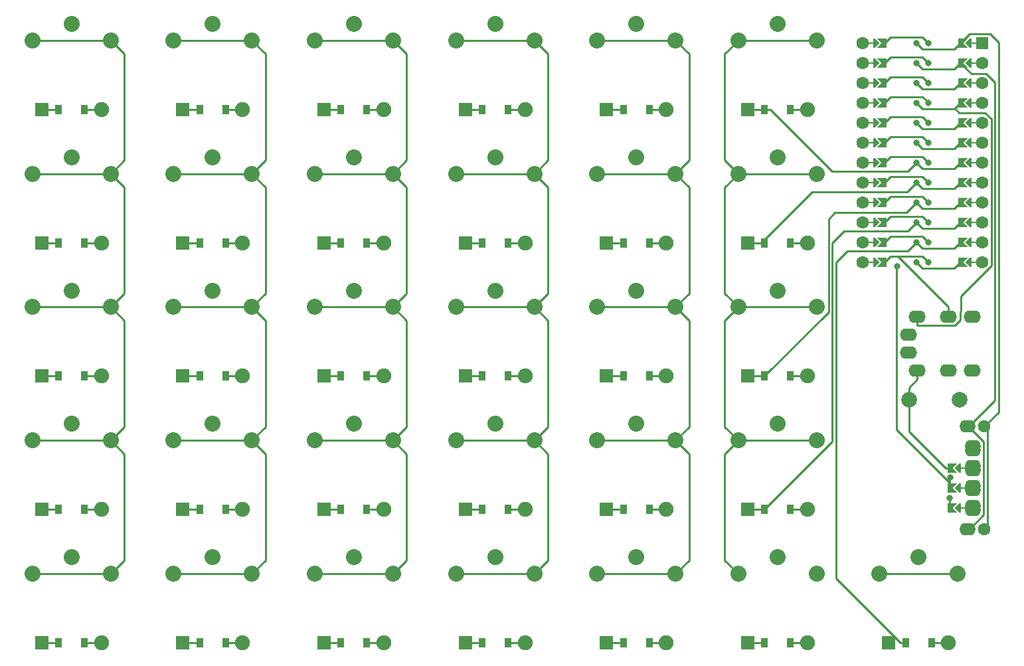
<source format=gbr>
%TF.GenerationSoftware,KiCad,Pcbnew,6.0.2+dfsg-1*%
%TF.CreationDate,2023-06-27T17:47:54-07:00*%
%TF.ProjectId,swirlComplete,73776972-6c43-46f6-9d70-6c6574652e6b,v1.0.0*%
%TF.SameCoordinates,Original*%
%TF.FileFunction,Copper,L2,Bot*%
%TF.FilePolarity,Positive*%
%FSLAX46Y46*%
G04 Gerber Fmt 4.6, Leading zero omitted, Abs format (unit mm)*
G04 Created by KiCad (PCBNEW 6.0.2+dfsg-1) date 2023-06-27 17:47:54*
%MOMM*%
%LPD*%
G01*
G04 APERTURE LIST*
G04 Aperture macros list*
%AMFreePoly0*
4,1,5,0.125000,-0.500000,-0.125000,-0.500000,-0.125000,0.500000,0.125000,0.500000,0.125000,-0.500000,0.125000,-0.500000,$1*%
%AMFreePoly1*
4,1,6,0.600000,0.200000,0.000000,-0.400000,-0.600000,0.200000,-0.600000,0.400000,0.600000,0.400000,0.600000,0.200000,0.600000,0.200000,$1*%
%AMFreePoly2*
4,1,6,0.600000,-0.250000,-0.600000,-0.250000,-0.600000,1.000000,0.000000,0.400000,0.600000,1.000000,0.600000,-0.250000,0.600000,-0.250000,$1*%
G04 Aperture macros list end*
%TA.AperFunction,ComponentPad*%
%ADD10C,2.000000*%
%TD*%
%TA.AperFunction,ComponentPad*%
%ADD11C,2.032000*%
%TD*%
%TA.AperFunction,SMDPad,CuDef*%
%ADD12R,0.900000X1.200000*%
%TD*%
%TA.AperFunction,ComponentPad*%
%ADD13R,1.778000X1.778000*%
%TD*%
%TA.AperFunction,ComponentPad*%
%ADD14C,1.905000*%
%TD*%
%TA.AperFunction,SMDPad,CuDef*%
%ADD15FreePoly0,270.000000*%
%TD*%
%TA.AperFunction,ComponentPad*%
%ADD16O,2.100000X1.600000*%
%TD*%
%TA.AperFunction,SMDPad,CuDef*%
%ADD17FreePoly1,270.000000*%
%TD*%
%TA.AperFunction,SMDPad,CuDef*%
%ADD18FreePoly2,270.000000*%
%TD*%
%TA.AperFunction,ComponentPad*%
%ADD19C,1.600000*%
%TD*%
%TA.AperFunction,ComponentPad*%
%ADD20O,2.200000X1.600000*%
%TD*%
%TA.AperFunction,SMDPad,CuDef*%
%ADD21FreePoly1,90.000000*%
%TD*%
%TA.AperFunction,SMDPad,CuDef*%
%ADD22FreePoly0,90.000000*%
%TD*%
%TA.AperFunction,ComponentPad*%
%ADD23R,1.600000X1.600000*%
%TD*%
%TA.AperFunction,SMDPad,CuDef*%
%ADD24FreePoly2,90.000000*%
%TD*%
%TA.AperFunction,ViaPad*%
%ADD25C,0.800000*%
%TD*%
%TA.AperFunction,Conductor*%
%ADD26C,0.250000*%
%TD*%
G04 APERTURE END LIST*
D10*
%TO.P,B1,1*%
%TO.N,GND*%
X106750000Y26000000D03*
%TO.P,B1,2*%
%TO.N,RST*%
X113250000Y26000000D03*
%TD*%
D11*
%TO.P,S25,1*%
%TO.N,SCLK*%
X67000000Y71800000D03*
X77000000Y71800000D03*
%TO.P,S25,2*%
%TO.N,index_num*%
X72000000Y73900000D03*
X72000000Y73900000D03*
%TD*%
D12*
%TO.P,D9,1*%
%TO.N,P5*%
X16350000Y46000000D03*
D13*
X14190000Y46000000D03*
D12*
%TO.P,D9,2*%
%TO.N,pinky_top*%
X19650000Y46000000D03*
D14*
X21810000Y46000000D03*
%TD*%
D11*
%TO.P,S8,1*%
%TO.N,P20*%
X23000000Y37800000D03*
X13000000Y37800000D03*
%TO.P,S8,2*%
%TO.N,pinky_home*%
X18000000Y39900000D03*
X18000000Y39900000D03*
%TD*%
D13*
%TO.P,D8,1*%
%TO.N,P6*%
X14190000Y29000000D03*
D12*
X16350000Y29000000D03*
D14*
%TO.P,D8,2*%
%TO.N,pinky_home*%
X21810000Y29000000D03*
D12*
X19650000Y29000000D03*
%TD*%
%TO.P,D1,1*%
%TO.N,P8*%
X-1650000Y-5000000D03*
D13*
X-3810000Y-5000000D03*
D12*
%TO.P,D1,2*%
%TO.N,outer_mod*%
X1650000Y-5000000D03*
D14*
X3810000Y-5000000D03*
%TD*%
D12*
%TO.P,D18,1*%
%TO.N,P6*%
X52350000Y29000000D03*
D13*
X50190000Y29000000D03*
D12*
%TO.P,D18,2*%
%TO.N,middle_home*%
X55650000Y29000000D03*
D14*
X57810000Y29000000D03*
%TD*%
D12*
%TO.P,D16,1*%
%TO.N,P8*%
X52350000Y-5000000D03*
D13*
X50190000Y-5000000D03*
D14*
%TO.P,D16,2*%
%TO.N,middle_mod*%
X57810000Y-5000000D03*
D12*
X55650000Y-5000000D03*
%TD*%
D11*
%TO.P,S30,1*%
%TO.N,MISO*%
X85000000Y71800000D03*
X95000000Y71800000D03*
%TO.P,S30,2*%
%TO.N,inner_num*%
X90000000Y73900000D03*
X90000000Y73900000D03*
%TD*%
D15*
%TO.P,EN1,*%
%TO.N,*%
X113508000Y17270000D03*
X113508000Y14730000D03*
D16*
X114875000Y14992000D03*
X114875000Y17532000D03*
X114875000Y20072000D03*
X114875000Y14468000D03*
D15*
X113508000Y12190000D03*
D16*
X114875000Y19548000D03*
D17*
X113000000Y12190000D03*
D16*
X114875000Y11928000D03*
D17*
X113000000Y14730000D03*
X113000000Y17270000D03*
D16*
X114875000Y12452000D03*
X114875000Y17008000D03*
D18*
%TO.P,EN1,A*%
%TO.N,SDA*%
X111984000Y12190000D03*
%TO.P,EN1,B*%
%TO.N,P9*%
X111984000Y14730000D03*
%TO.P,EN1,GND*%
%TO.N,GND*%
X111984000Y17270000D03*
D19*
%TO.P,EN1,S1*%
%TO.N,P1*%
X116350000Y9452000D03*
X116350000Y22548000D03*
D16*
%TO.P,EN1,S2*%
%TO.N,P0*%
X114250000Y9452000D03*
X114250000Y22548000D03*
%TD*%
D13*
%TO.P,D4,1*%
%TO.N,P5*%
X-3810000Y46000000D03*
D12*
X-1650000Y46000000D03*
D14*
%TO.P,D4,2*%
%TO.N,outer_top*%
X3810000Y46000000D03*
D12*
X1650000Y46000000D03*
%TD*%
D20*
%TO.P,TRRS1,1*%
%TO.N,GND*%
X106700000Y32000000D03*
X106700000Y34300000D03*
%TO.P,TRRS1,2*%
X107800000Y29700000D03*
X107800000Y36600000D03*
%TO.P,TRRS1,3*%
%TO.N,P10*%
X111800000Y36600000D03*
X111800000Y29700000D03*
%TO.P,TRRS1,4*%
%TO.N,VCC*%
X114800000Y36600000D03*
X114800000Y29700000D03*
%TD*%
D11*
%TO.P,S21,1*%
%TO.N,SCLK*%
X67000000Y3800000D03*
X77000000Y3800000D03*
%TO.P,S21,2*%
%TO.N,index_mod*%
X72000000Y5900000D03*
X72000000Y5900000D03*
%TD*%
D12*
%TO.P,D31,1*%
%TO.N,P8*%
X106350000Y-5000000D03*
D13*
X104190000Y-5000000D03*
D12*
%TO.P,D31,2*%
%TO.N,extraInner_mod*%
X109650000Y-5000000D03*
D14*
X111810000Y-5000000D03*
%TD*%
D11*
%TO.P,S22,1*%
%TO.N,SCLK*%
X77000000Y20800000D03*
X67000000Y20800000D03*
%TO.P,S22,2*%
%TO.N,index_bottom*%
X72000000Y22900000D03*
X72000000Y22900000D03*
%TD*%
D13*
%TO.P,D6,1*%
%TO.N,P8*%
X14190000Y-5000000D03*
D12*
X16350000Y-5000000D03*
D14*
%TO.P,D6,2*%
%TO.N,pinky_mod*%
X21810000Y-5000000D03*
D12*
X19650000Y-5000000D03*
%TD*%
D11*
%TO.P,S3,1*%
%TO.N,P21*%
X-5000000Y37800000D03*
X5000000Y37800000D03*
%TO.P,S3,2*%
%TO.N,outer_home*%
X0Y39900000D03*
X0Y39900000D03*
%TD*%
D13*
%TO.P,D29,1*%
%TO.N,P5*%
X86190000Y46000000D03*
D12*
X88350000Y46000000D03*
D14*
%TO.P,D29,2*%
%TO.N,inner_top*%
X93810000Y46000000D03*
D12*
X91650000Y46000000D03*
%TD*%
%TO.P,D23,1*%
%TO.N,P6*%
X70350000Y29000000D03*
D13*
X68190000Y29000000D03*
D12*
%TO.P,D23,2*%
%TO.N,index_home*%
X73650000Y29000000D03*
D14*
X75810000Y29000000D03*
%TD*%
D12*
%TO.P,D3,1*%
%TO.N,P6*%
X-1650000Y29000000D03*
D13*
X-3810000Y29000000D03*
D12*
%TO.P,D3,2*%
%TO.N,outer_home*%
X1650000Y29000000D03*
D14*
X3810000Y29000000D03*
%TD*%
D11*
%TO.P,S31,1*%
%TO.N,MOSI*%
X113000000Y3800000D03*
X103000000Y3800000D03*
%TO.P,S31,2*%
%TO.N,extraInner_mod*%
X108000000Y5900000D03*
X108000000Y5900000D03*
%TD*%
D12*
%TO.P,D15,1*%
%TO.N,P4*%
X34350000Y63000000D03*
D13*
X32190000Y63000000D03*
D14*
%TO.P,D15,2*%
%TO.N,ring_num*%
X39810000Y63000000D03*
D12*
X37650000Y63000000D03*
%TD*%
D11*
%TO.P,S6,1*%
%TO.N,P20*%
X13000000Y3800000D03*
X23000000Y3800000D03*
%TO.P,S6,2*%
%TO.N,pinky_mod*%
X18000000Y5900000D03*
X18000000Y5900000D03*
%TD*%
%TO.P,S14,1*%
%TO.N,P19*%
X41000000Y54800000D03*
X31000000Y54800000D03*
%TO.P,S14,2*%
%TO.N,ring_top*%
X36000000Y56900000D03*
X36000000Y56900000D03*
%TD*%
%TO.P,S4,1*%
%TO.N,P21*%
X5000000Y54800000D03*
X-5000000Y54800000D03*
%TO.P,S4,2*%
%TO.N,outer_top*%
X0Y56900000D03*
X0Y56900000D03*
%TD*%
D12*
%TO.P,D27,1*%
%TO.N,P7*%
X88350000Y12000000D03*
D13*
X86190000Y12000000D03*
D12*
%TO.P,D27,2*%
%TO.N,inner_bottom*%
X91650000Y12000000D03*
D14*
X93810000Y12000000D03*
%TD*%
D11*
%TO.P,S24,1*%
%TO.N,SCLK*%
X77000000Y54800000D03*
X67000000Y54800000D03*
%TO.P,S24,2*%
%TO.N,index_top*%
X72000000Y56900000D03*
X72000000Y56900000D03*
%TD*%
D13*
%TO.P,D24,1*%
%TO.N,P5*%
X68190000Y46000000D03*
D12*
X70350000Y46000000D03*
%TO.P,D24,2*%
%TO.N,index_top*%
X73650000Y46000000D03*
D14*
X75810000Y46000000D03*
%TD*%
D12*
%TO.P,D13,1*%
%TO.N,P6*%
X34350000Y29000000D03*
D13*
X32190000Y29000000D03*
D12*
%TO.P,D13,2*%
%TO.N,ring_home*%
X37650000Y29000000D03*
D14*
X39810000Y29000000D03*
%TD*%
D11*
%TO.P,S9,1*%
%TO.N,P20*%
X13000000Y54800000D03*
X23000000Y54800000D03*
%TO.P,S9,2*%
%TO.N,pinky_top*%
X18000000Y56900000D03*
X18000000Y56900000D03*
%TD*%
%TO.P,S1,1*%
%TO.N,P21*%
X5000000Y3800000D03*
X-5000000Y3800000D03*
%TO.P,S1,2*%
%TO.N,outer_mod*%
X0Y5900000D03*
X0Y5900000D03*
%TD*%
D13*
%TO.P,D2,1*%
%TO.N,P7*%
X-3810000Y12000000D03*
D12*
X-1650000Y12000000D03*
D14*
%TO.P,D2,2*%
%TO.N,outer_bottom*%
X3810000Y12000000D03*
D12*
X1650000Y12000000D03*
%TD*%
D11*
%TO.P,S5,1*%
%TO.N,P21*%
X5000000Y71800000D03*
X-5000000Y71800000D03*
%TO.P,S5,2*%
%TO.N,outer_num*%
X0Y73900000D03*
X0Y73900000D03*
%TD*%
D13*
%TO.P,D11,1*%
%TO.N,P8*%
X32190000Y-5000000D03*
D12*
X34350000Y-5000000D03*
D14*
%TO.P,D11,2*%
%TO.N,ring_mod*%
X39810000Y-5000000D03*
D12*
X37650000Y-5000000D03*
%TD*%
%TO.P,D30,1*%
%TO.N,P4*%
X88350000Y63000000D03*
D13*
X86190000Y63000000D03*
D12*
%TO.P,D30,2*%
%TO.N,inner_num*%
X91650000Y63000000D03*
D14*
X93810000Y63000000D03*
%TD*%
D11*
%TO.P,S20,1*%
%TO.N,P18*%
X49000000Y71800000D03*
X59000000Y71800000D03*
%TO.P,S20,2*%
%TO.N,middle_num*%
X54000000Y73900000D03*
X54000000Y73900000D03*
%TD*%
%TO.P,S19,1*%
%TO.N,P18*%
X49000000Y54800000D03*
X59000000Y54800000D03*
%TO.P,S19,2*%
%TO.N,middle_top*%
X54000000Y56900000D03*
X54000000Y56900000D03*
%TD*%
%TO.P,S23,1*%
%TO.N,SCLK*%
X77000000Y37800000D03*
X67000000Y37800000D03*
%TO.P,S23,2*%
%TO.N,index_home*%
X72000000Y39900000D03*
X72000000Y39900000D03*
%TD*%
D13*
%TO.P,D25,1*%
%TO.N,P4*%
X68190000Y63000000D03*
D12*
X70350000Y63000000D03*
%TO.P,D25,2*%
%TO.N,index_num*%
X73650000Y63000000D03*
D14*
X75810000Y63000000D03*
%TD*%
D12*
%TO.P,D28,1*%
%TO.N,P6*%
X88350000Y29000000D03*
D13*
X86190000Y29000000D03*
D14*
%TO.P,D28,2*%
%TO.N,inner_home*%
X93810000Y29000000D03*
D12*
X91650000Y29000000D03*
%TD*%
D11*
%TO.P,S26,1*%
%TO.N,MISO*%
X95000000Y3800000D03*
X85000000Y3800000D03*
%TO.P,S26,2*%
%TO.N,inner_mod*%
X90000000Y5900000D03*
X90000000Y5900000D03*
%TD*%
%TO.P,S18,1*%
%TO.N,P18*%
X49000000Y37800000D03*
X59000000Y37800000D03*
%TO.P,S18,2*%
%TO.N,middle_home*%
X54000000Y39900000D03*
X54000000Y39900000D03*
%TD*%
%TO.P,S28,1*%
%TO.N,MISO*%
X95000000Y37800000D03*
X85000000Y37800000D03*
%TO.P,S28,2*%
%TO.N,inner_home*%
X90000000Y39900000D03*
X90000000Y39900000D03*
%TD*%
%TO.P,S10,1*%
%TO.N,P20*%
X23000000Y71800000D03*
X13000000Y71800000D03*
%TO.P,S10,2*%
%TO.N,pinky_num*%
X18000000Y73900000D03*
X18000000Y73900000D03*
%TD*%
D13*
%TO.P,D20,1*%
%TO.N,P4*%
X50190000Y63000000D03*
D12*
X52350000Y63000000D03*
%TO.P,D20,2*%
%TO.N,middle_num*%
X55650000Y63000000D03*
D14*
X57810000Y63000000D03*
%TD*%
D11*
%TO.P,S27,1*%
%TO.N,MISO*%
X85000000Y20800000D03*
X95000000Y20800000D03*
%TO.P,S27,2*%
%TO.N,inner_bottom*%
X90000000Y22900000D03*
X90000000Y22900000D03*
%TD*%
D12*
%TO.P,D12,1*%
%TO.N,P7*%
X34350000Y12000000D03*
D13*
X32190000Y12000000D03*
D12*
%TO.P,D12,2*%
%TO.N,ring_bottom*%
X37650000Y12000000D03*
D14*
X39810000Y12000000D03*
%TD*%
D13*
%TO.P,D14,1*%
%TO.N,P5*%
X32190000Y46000000D03*
D12*
X34350000Y46000000D03*
%TO.P,D14,2*%
%TO.N,ring_top*%
X37650000Y46000000D03*
D14*
X39810000Y46000000D03*
%TD*%
D12*
%TO.P,D5,1*%
%TO.N,P4*%
X-1650000Y63000000D03*
D13*
X-3810000Y63000000D03*
D12*
%TO.P,D5,2*%
%TO.N,outer_num*%
X1650000Y63000000D03*
D14*
X3810000Y63000000D03*
%TD*%
D11*
%TO.P,S7,1*%
%TO.N,P20*%
X23000000Y20800000D03*
X13000000Y20800000D03*
%TO.P,S7,2*%
%TO.N,pinky_bottom*%
X18000000Y22900000D03*
X18000000Y22900000D03*
%TD*%
D12*
%TO.P,D22,1*%
%TO.N,P7*%
X70350000Y12000000D03*
D13*
X68190000Y12000000D03*
D12*
%TO.P,D22,2*%
%TO.N,index_bottom*%
X73650000Y12000000D03*
D14*
X75810000Y12000000D03*
%TD*%
D13*
%TO.P,D7,1*%
%TO.N,P7*%
X14190000Y12000000D03*
D12*
X16350000Y12000000D03*
D14*
%TO.P,D7,2*%
%TO.N,pinky_bottom*%
X21810000Y12000000D03*
D12*
X19650000Y12000000D03*
%TD*%
D13*
%TO.P,D26,1*%
%TO.N,P8*%
X86190000Y-5000000D03*
D12*
X88350000Y-5000000D03*
D14*
%TO.P,D26,2*%
%TO.N,inner_mod*%
X93810000Y-5000000D03*
D12*
X91650000Y-5000000D03*
%TD*%
%TO.P,D17,1*%
%TO.N,P7*%
X52350000Y12000000D03*
D13*
X50190000Y12000000D03*
D14*
%TO.P,D17,2*%
%TO.N,middle_bottom*%
X57810000Y12000000D03*
D12*
X55650000Y12000000D03*
%TD*%
%TO.P,D10,1*%
%TO.N,P4*%
X16350000Y63000000D03*
D13*
X14190000Y63000000D03*
D14*
%TO.P,D10,2*%
%TO.N,pinky_num*%
X21810000Y63000000D03*
D12*
X19650000Y63000000D03*
%TD*%
D21*
%TO.P,MCU1,*%
%TO.N,*%
X102658000Y46070000D03*
D22*
X102150000Y66390000D03*
D21*
X102658000Y48610000D03*
D17*
X114342000Y63850000D03*
D15*
X114850000Y46070000D03*
X114850000Y61310000D03*
D19*
X100880000Y53690000D03*
D15*
X114850000Y51150000D03*
D19*
X100880000Y66390000D03*
D17*
X114342000Y68930000D03*
X114342000Y61310000D03*
D21*
X102658000Y68930000D03*
X102658000Y58770000D03*
D22*
X102150000Y56230000D03*
D19*
X116120000Y43530000D03*
X116120000Y46070000D03*
X116120000Y56230000D03*
X116120000Y58770000D03*
D22*
X102150000Y43530000D03*
D17*
X114342000Y53690000D03*
D22*
X102150000Y63850000D03*
D15*
X114850000Y68930000D03*
D19*
X116120000Y63850000D03*
D21*
X102658000Y63850000D03*
D19*
X100880000Y63850000D03*
D15*
X114850000Y66390000D03*
D19*
X116120000Y51150000D03*
D21*
X102658000Y51150000D03*
D22*
X102150000Y61310000D03*
D21*
X102658000Y66390000D03*
D17*
X114342000Y48610000D03*
D19*
X100880000Y61310000D03*
D17*
X114342000Y46070000D03*
D19*
X116120000Y53690000D03*
D21*
X102658000Y71470000D03*
X102658000Y53690000D03*
D19*
X100880000Y71470000D03*
D15*
X114850000Y43530000D03*
D19*
X100880000Y43530000D03*
X116120000Y61310000D03*
X100880000Y48610000D03*
D17*
X114342000Y51150000D03*
D22*
X102150000Y46070000D03*
D15*
X114850000Y48610000D03*
X114850000Y71470000D03*
D22*
X102150000Y51150000D03*
D21*
X102658000Y61310000D03*
D22*
X102150000Y71470000D03*
D15*
X114850000Y63850000D03*
D22*
X102150000Y53690000D03*
D19*
X100880000Y56230000D03*
D23*
X116120000Y71470000D03*
D15*
X114850000Y56230000D03*
X114850000Y58770000D03*
D19*
X116120000Y68930000D03*
D15*
X114850000Y53690000D03*
D17*
X114342000Y71470000D03*
X114342000Y66390000D03*
D22*
X102150000Y58770000D03*
D17*
X114342000Y58770000D03*
X114342000Y43530000D03*
D19*
X116120000Y66390000D03*
X116120000Y71470000D03*
X100880000Y58770000D03*
X116120000Y48610000D03*
D17*
X114342000Y56230000D03*
D19*
X100880000Y51150000D03*
D21*
X102658000Y43530000D03*
D19*
X100880000Y68930000D03*
X100880000Y46070000D03*
D21*
X102658000Y56230000D03*
D22*
X102150000Y68930000D03*
X102150000Y48610000D03*
D24*
%TO.P,MCU1,1*%
%TO.N,RAW*%
X103674000Y71470000D03*
%TO.P,MCU1,2*%
%TO.N,GND*%
X103674000Y68930000D03*
%TO.P,MCU1,3*%
%TO.N,RST*%
X103674000Y66390000D03*
%TO.P,MCU1,4*%
%TO.N,VCC*%
X103674000Y63850000D03*
%TO.P,MCU1,5*%
%TO.N,P21*%
X103674000Y61310000D03*
%TO.P,MCU1,6*%
%TO.N,P20*%
X103674000Y58770000D03*
%TO.P,MCU1,7*%
%TO.N,P19*%
X103674000Y56230000D03*
%TO.P,MCU1,8*%
%TO.N,P18*%
X103674000Y53690000D03*
%TO.P,MCU1,9*%
%TO.N,SCLK*%
X103674000Y51150000D03*
%TO.P,MCU1,10*%
%TO.N,MISO*%
X103674000Y48610000D03*
%TO.P,MCU1,11*%
%TO.N,MOSI*%
X103674000Y46070000D03*
%TO.P,MCU1,12*%
%TO.N,P10*%
X103674000Y43530000D03*
D18*
%TO.P,MCU1,13*%
%TO.N,P9*%
X113326000Y43530000D03*
%TO.P,MCU1,14*%
%TO.N,P8*%
X113326000Y46070000D03*
%TO.P,MCU1,15*%
%TO.N,P7*%
X113326000Y48610000D03*
%TO.P,MCU1,16*%
%TO.N,P6*%
X113326000Y51150000D03*
%TO.P,MCU1,17*%
%TO.N,P5*%
X113326000Y53690000D03*
%TO.P,MCU1,18*%
%TO.N,P4*%
X113326000Y56230000D03*
%TO.P,MCU1,19*%
%TO.N,SCL*%
X113326000Y58770000D03*
%TO.P,MCU1,20*%
%TO.N,SDA*%
X113326000Y61310000D03*
%TO.P,MCU1,21*%
%TO.N,GND*%
X113326000Y63850000D03*
%TO.P,MCU1,22*%
X113326000Y66390000D03*
%TO.P,MCU1,23*%
%TO.N,P0*%
X113326000Y68930000D03*
%TO.P,MCU1,24*%
%TO.N,P1*%
X113326000Y71470000D03*
%TD*%
D12*
%TO.P,D21,1*%
%TO.N,P8*%
X70350000Y-5000000D03*
D13*
X68190000Y-5000000D03*
D12*
%TO.P,D21,2*%
%TO.N,index_mod*%
X73650000Y-5000000D03*
D14*
X75810000Y-5000000D03*
%TD*%
D11*
%TO.P,S12,1*%
%TO.N,P19*%
X41000000Y20800000D03*
X31000000Y20800000D03*
%TO.P,S12,2*%
%TO.N,ring_bottom*%
X36000000Y22900000D03*
X36000000Y22900000D03*
%TD*%
%TO.P,S29,1*%
%TO.N,MISO*%
X95000000Y54800000D03*
X85000000Y54800000D03*
%TO.P,S29,2*%
%TO.N,inner_top*%
X90000000Y56900000D03*
X90000000Y56900000D03*
%TD*%
%TO.P,S13,1*%
%TO.N,P19*%
X31000000Y37800000D03*
X41000000Y37800000D03*
%TO.P,S13,2*%
%TO.N,ring_home*%
X36000000Y39900000D03*
X36000000Y39900000D03*
%TD*%
%TO.P,S11,1*%
%TO.N,P19*%
X41000000Y3800000D03*
X31000000Y3800000D03*
%TO.P,S11,2*%
%TO.N,ring_mod*%
X36000000Y5900000D03*
X36000000Y5900000D03*
%TD*%
%TO.P,S2,1*%
%TO.N,P21*%
X5000000Y20800000D03*
X-5000000Y20800000D03*
%TO.P,S2,2*%
%TO.N,outer_bottom*%
X0Y22900000D03*
X0Y22900000D03*
%TD*%
%TO.P,S15,1*%
%TO.N,P19*%
X31000000Y71800000D03*
X41000000Y71800000D03*
%TO.P,S15,2*%
%TO.N,ring_num*%
X36000000Y73900000D03*
X36000000Y73900000D03*
%TD*%
D12*
%TO.P,D19,1*%
%TO.N,P5*%
X52350000Y46000000D03*
D13*
X50190000Y46000000D03*
D14*
%TO.P,D19,2*%
%TO.N,middle_top*%
X57810000Y46000000D03*
D12*
X55650000Y46000000D03*
%TD*%
D11*
%TO.P,S17,1*%
%TO.N,P18*%
X59000000Y20800000D03*
X49000000Y20800000D03*
%TO.P,S17,2*%
%TO.N,middle_bottom*%
X54000000Y22900000D03*
X54000000Y22900000D03*
%TD*%
%TO.P,S16,1*%
%TO.N,P18*%
X59000000Y3800000D03*
X49000000Y3800000D03*
%TO.P,S16,2*%
%TO.N,middle_mod*%
X54000000Y5900000D03*
X54000000Y5900000D03*
%TD*%
D25*
%TO.N,P21*%
X109262000Y61310000D03*
%TO.N,P20*%
X109262000Y58770000D03*
%TO.N,P19*%
X109262000Y56230000D03*
%TO.N,P18*%
X109262000Y53690000D03*
%TO.N,SCLK*%
X109262000Y51150000D03*
%TO.N,MISO*%
X109262000Y48610000D03*
%TO.N,MOSI*%
X109262000Y46070000D03*
%TO.N,P8*%
X107738000Y46070000D03*
%TO.N,P7*%
X107738000Y48610000D03*
%TO.N,P6*%
X107738000Y51150000D03*
%TO.N,P5*%
X107738000Y53690000D03*
%TO.N,P4*%
X107738000Y56230000D03*
%TO.N,P1*%
X107738000Y71470000D03*
%TO.N,P0*%
X107738000Y68930000D03*
%TO.N,SDA*%
X107738000Y61310000D03*
X111982000Y13461200D03*
%TO.N,SCL*%
X107738000Y58770000D03*
%TO.N,P9*%
X107738000Y43530000D03*
X112072000Y16063700D03*
X105273300Y42967600D03*
%TO.N,RAW*%
X109262000Y71470000D03*
%TO.N,GND*%
X107738000Y66390000D03*
X107738000Y63850000D03*
X109262000Y68930000D03*
%TO.N,RST*%
X109262000Y66390000D03*
%TO.N,VCC*%
X109262000Y63850000D03*
%TO.N,P10*%
X109262000Y43530000D03*
%TD*%
D26*
%TO.N,P21*%
X108496000Y62076000D02*
X104440000Y62076000D01*
X5000000Y71800000D02*
X6725400Y70074600D01*
X-5000000Y37800000D02*
X5000000Y37800000D01*
X-5000000Y71800000D02*
X5000000Y71800000D01*
X6725400Y39525400D02*
X5000000Y37800000D01*
X-5000000Y54800000D02*
X5000000Y54800000D01*
X6725400Y5525400D02*
X5000000Y3800000D01*
X-5000000Y20800000D02*
X5000000Y20800000D01*
X6725400Y22525400D02*
X5000000Y20800000D01*
X6725400Y53074600D02*
X6725400Y39525400D01*
X6725400Y36074600D02*
X6725400Y22525400D01*
X6725400Y70074600D02*
X6725400Y56525400D01*
X-5000000Y3800000D02*
X5000000Y3800000D01*
X104440000Y62076000D02*
X103674000Y61310000D01*
X6725400Y19074600D02*
X6725400Y5525400D01*
X5000000Y20800000D02*
X6725400Y19074600D01*
X5000000Y37800000D02*
X6725400Y36074600D01*
X5000000Y54800000D02*
X6725400Y53074600D01*
X6725400Y56525400D02*
X5000000Y54800000D01*
X109262000Y61310000D02*
X108496000Y62076000D01*
%TO.N,outer_mod*%
X3810000Y-5000000D02*
X1650000Y-5000000D01*
%TO.N,outer_bottom*%
X3810000Y12000000D02*
X1650000Y12000000D01*
%TO.N,outer_home*%
X3810000Y29000000D02*
X1650000Y29000000D01*
%TO.N,outer_top*%
X3810000Y46000000D02*
X1650000Y46000000D01*
%TO.N,outer_num*%
X3810000Y63000000D02*
X1650000Y63000000D01*
%TO.N,P20*%
X13000000Y54800000D02*
X23000000Y54800000D01*
X24725400Y53074600D02*
X24725400Y39525400D01*
X24725400Y22525400D02*
X23000000Y20800000D01*
X104440000Y59536000D02*
X103674000Y58770000D01*
X109262000Y58770000D02*
X108496000Y59536000D01*
X13000000Y20800000D02*
X23000000Y20800000D01*
X24725400Y19074600D02*
X23000000Y20800000D01*
X24725400Y39525400D02*
X23000000Y37800000D01*
X13000000Y3800000D02*
X23000000Y3800000D01*
X24725400Y70074600D02*
X24725400Y56525400D01*
X24725400Y36074600D02*
X24725400Y22525400D01*
X23000000Y54800000D02*
X24725400Y53074600D01*
X23000000Y37800000D02*
X24725400Y36074600D01*
X108496000Y59536000D02*
X104440000Y59536000D01*
X24725400Y5525400D02*
X24725400Y19074600D01*
X23000000Y37800000D02*
X13000000Y37800000D01*
X23000000Y3800000D02*
X24725400Y5525400D01*
X24725400Y56525400D02*
X23000000Y54800000D01*
X13000000Y71800000D02*
X23000000Y71800000D01*
X23000000Y71800000D02*
X24725400Y70074600D01*
%TO.N,pinky_mod*%
X19650000Y-5000000D02*
X21810000Y-5000000D01*
%TO.N,pinky_bottom*%
X21810000Y12000000D02*
X19650000Y12000000D01*
%TO.N,pinky_home*%
X21810000Y29000000D02*
X19650000Y29000000D01*
%TO.N,pinky_top*%
X21810000Y46000000D02*
X19650000Y46000000D01*
%TO.N,pinky_num*%
X21810000Y63000000D02*
X19650000Y63000000D01*
%TO.N,P19*%
X42725400Y39525400D02*
X42725400Y53074600D01*
X104440000Y56996000D02*
X103674000Y56230000D01*
X108496000Y56996000D02*
X104440000Y56996000D01*
X41000000Y37800000D02*
X31000000Y37800000D01*
X42725400Y36074600D02*
X42725400Y22525400D01*
X41000000Y71800000D02*
X31000000Y71800000D01*
X42725400Y19074600D02*
X42725400Y5525400D01*
X31000000Y3800000D02*
X41000000Y3800000D01*
X42725400Y22525400D02*
X41000000Y20800000D01*
X42725400Y5525400D02*
X41000000Y3800000D01*
X42725400Y56525400D02*
X42725400Y70074600D01*
X31000000Y54800000D02*
X41000000Y54800000D01*
X109262000Y56230000D02*
X108496000Y56996000D01*
X42725400Y53074600D02*
X41000000Y54800000D01*
X41000000Y37800000D02*
X42725400Y36074600D01*
X41000000Y37800000D02*
X42725400Y39525400D01*
X31000000Y20800000D02*
X41000000Y20800000D01*
X41000000Y20800000D02*
X42725400Y19074600D01*
X42725400Y70074600D02*
X41000000Y71800000D01*
X41000000Y54800000D02*
X42725400Y56525400D01*
%TO.N,ring_mod*%
X37650000Y-5000000D02*
X39810000Y-5000000D01*
%TO.N,ring_bottom*%
X39810000Y12000000D02*
X37650000Y12000000D01*
%TO.N,ring_home*%
X39810000Y29000000D02*
X37650000Y29000000D01*
%TO.N,ring_top*%
X39810000Y46000000D02*
X37650000Y46000000D01*
%TO.N,ring_num*%
X39810000Y63000000D02*
X37650000Y63000000D01*
%TO.N,P18*%
X109262000Y53690000D02*
X108496000Y54456000D01*
X60725400Y53074600D02*
X59000000Y54800000D01*
X49000000Y3800000D02*
X59000000Y3800000D01*
X104440000Y54456000D02*
X103674000Y53690000D01*
X49000000Y20800000D02*
X59000000Y20800000D01*
X60725400Y5525400D02*
X59000000Y3800000D01*
X60725400Y22525400D02*
X59000000Y20800000D01*
X59000000Y54800000D02*
X60725400Y56525400D01*
X59000000Y37800000D02*
X60725400Y36074600D01*
X49000000Y37800000D02*
X59000000Y37800000D01*
X60725400Y70074600D02*
X59000000Y71800000D01*
X59000000Y37800000D02*
X60725400Y39525400D01*
X60725400Y19074600D02*
X60725400Y5525400D01*
X59000000Y71800000D02*
X49000000Y71800000D01*
X60725400Y56525400D02*
X60725400Y70074600D01*
X60725400Y39525400D02*
X60725400Y53074600D01*
X60725400Y36074600D02*
X60725400Y22525400D01*
X59000000Y20800000D02*
X60725400Y19074600D01*
X49000000Y54800000D02*
X59000000Y54800000D01*
X108496000Y54456000D02*
X104440000Y54456000D01*
%TO.N,middle_mod*%
X55650000Y-5000000D02*
X57810000Y-5000000D01*
%TO.N,middle_bottom*%
X57810000Y12000000D02*
X55650000Y12000000D01*
%TO.N,middle_home*%
X57810000Y29000000D02*
X55650000Y29000000D01*
%TO.N,middle_top*%
X57810000Y46000000D02*
X55650000Y46000000D01*
%TO.N,middle_num*%
X57810000Y63000000D02*
X55650000Y63000000D01*
%TO.N,SCLK*%
X77000000Y20800000D02*
X67000000Y20800000D01*
X77000000Y3800000D02*
X67000000Y3800000D01*
X77000000Y37800000D02*
X67000000Y37800000D01*
X77000000Y54800000D02*
X67000000Y54800000D01*
X78725400Y19074600D02*
X77000000Y20800000D01*
X77000000Y3800000D02*
X78725400Y5525400D01*
X78725400Y39525400D02*
X78725400Y53074600D01*
X77000000Y37800000D02*
X78725400Y39525400D01*
X108496000Y51916000D02*
X104440000Y51916000D01*
X77000000Y20800000D02*
X78725400Y22525400D01*
X78725400Y53074600D02*
X77000000Y54800000D01*
X104440000Y51916000D02*
X103674000Y51150000D01*
X78725400Y22525400D02*
X78725400Y36074600D01*
X109262000Y51150000D02*
X108496000Y51916000D01*
X78725400Y56525400D02*
X78725400Y70074600D01*
X77000000Y71800000D02*
X67000000Y71800000D01*
X78725400Y36074600D02*
X77000000Y37800000D01*
X78725400Y5525400D02*
X78725400Y19074600D01*
X77000000Y54800000D02*
X78725400Y56525400D01*
X78725400Y70074600D02*
X77000000Y71800000D01*
%TO.N,index_mod*%
X75810000Y-5000000D02*
X73650000Y-5000000D01*
%TO.N,index_bottom*%
X75810000Y12000000D02*
X73650000Y12000000D01*
%TO.N,index_home*%
X75810000Y29000000D02*
X73650000Y29000000D01*
%TO.N,index_top*%
X75810000Y46000000D02*
X73650000Y46000000D01*
%TO.N,index_num*%
X75810000Y63000000D02*
X73650000Y63000000D01*
%TO.N,MISO*%
X85000000Y20800000D02*
X83274600Y19074600D01*
X109262000Y48610000D02*
X108496000Y49376000D01*
X83274600Y36074600D02*
X83274600Y22525400D01*
X85000000Y37800000D02*
X83274600Y36074600D01*
X85000000Y20800000D02*
X95000000Y20800000D01*
X85000000Y71800000D02*
X83274600Y70074600D01*
X95000000Y71800000D02*
X85000000Y71800000D01*
X83274600Y19074600D02*
X83274600Y5525400D01*
X108496000Y49376000D02*
X104440000Y49376000D01*
X83274600Y39525400D02*
X85000000Y37800000D01*
X95000000Y54800000D02*
X85000000Y54800000D01*
X85000000Y54800000D02*
X83274600Y53074600D01*
X83274600Y53074600D02*
X83274600Y39525400D01*
X83274600Y70074600D02*
X83274600Y56525400D01*
X83274600Y5525400D02*
X85000000Y3800000D01*
X83274600Y22525400D02*
X85000000Y20800000D01*
X85000000Y37800000D02*
X95000000Y37800000D01*
X104440000Y49376000D02*
X103674000Y48610000D01*
X83274600Y56525400D02*
X85000000Y54800000D01*
%TO.N,inner_mod*%
X93810000Y-5000000D02*
X91650000Y-5000000D01*
%TO.N,inner_bottom*%
X93810000Y12000000D02*
X91650000Y12000000D01*
%TO.N,inner_home*%
X93810000Y29000000D02*
X91650000Y29000000D01*
%TO.N,inner_top*%
X93810000Y46000000D02*
X91650000Y46000000D01*
%TO.N,inner_num*%
X93810000Y63000000D02*
X91650000Y63000000D01*
%TO.N,MOSI*%
X103000000Y3800000D02*
X113000000Y3800000D01*
X104440000Y46836000D02*
X103674000Y46070000D01*
X108496000Y46836000D02*
X104440000Y46836000D01*
X109262000Y46070000D02*
X108496000Y46836000D01*
%TO.N,extraInner_mod*%
X111810000Y-5000000D02*
X109650000Y-5000000D01*
%TO.N,P8*%
X104920000Y-4270000D02*
X97449500Y3200500D01*
X106613000Y44945500D02*
X107738000Y46070000D01*
X16350000Y-5000000D02*
X14190000Y-5000000D01*
X104190000Y-5000000D02*
X104920000Y-4270000D01*
X50190000Y-5000000D02*
X52350000Y-5000000D01*
X34350000Y-5000000D02*
X32190000Y-5000000D01*
X108498000Y45291800D02*
X112554000Y45291800D01*
X105650000Y-5000000D02*
X104920000Y-4270000D01*
X70350000Y-5000000D02*
X68190000Y-5000000D01*
X106350000Y-5000000D02*
X105650000Y-5000000D01*
X113326000Y46063800D02*
X113326000Y46070000D01*
X-3810000Y-5000000D02*
X-1650000Y-5000000D01*
X97449500Y43500000D02*
X98895000Y44945500D01*
X88350000Y-5000000D02*
X86190000Y-5000000D01*
X107732000Y46064000D02*
X107732000Y46057800D01*
X98895000Y44945500D02*
X106613000Y44945500D01*
X107738000Y46070000D02*
X107732000Y46064000D01*
X112554000Y45291800D02*
X113326000Y46063800D01*
X97449500Y3200500D02*
X97449500Y43500000D01*
X107732000Y46057800D02*
X108498000Y45291800D01*
%TO.N,P7*%
X86190000Y12000000D02*
X88350000Y12000000D01*
X113326000Y48603800D02*
X113326000Y48610000D01*
X-3810000Y12000000D02*
X-1650000Y12000000D01*
X97000000Y20650000D02*
X97000000Y46000000D01*
X107732000Y48597800D02*
X108498000Y47831800D01*
X107732000Y48604000D02*
X107732000Y48597800D01*
X108498000Y47831800D02*
X112554000Y47831800D01*
X70350000Y12000000D02*
X68190000Y12000000D01*
X88350000Y12000000D02*
X97000000Y20650000D01*
X107738000Y48610000D02*
X107732000Y48604000D01*
X52350000Y12000000D02*
X50190000Y12000000D01*
X97000000Y46000000D02*
X98485500Y47485500D01*
X112554000Y47831800D02*
X113326000Y48603800D01*
X34350000Y12000000D02*
X32190000Y12000000D01*
X106613000Y47485500D02*
X107738000Y48610000D01*
X98485500Y47485500D02*
X106613000Y47485500D01*
X16350000Y12000000D02*
X14190000Y12000000D01*
%TO.N,P6*%
X-3810000Y29000000D02*
X-1650000Y29000000D01*
X96500000Y37150000D02*
X96500000Y49000000D01*
X107732000Y51137800D02*
X108498000Y50371800D01*
X113326000Y51143800D02*
X113326000Y51150000D01*
X112554000Y50371800D02*
X113326000Y51143800D01*
X107732000Y51144000D02*
X107738000Y51150000D01*
X97325500Y49825500D02*
X106414000Y49825500D01*
X32190000Y29000000D02*
X34350000Y29000000D01*
X108498000Y50371800D02*
X112554000Y50371800D01*
X106414000Y49825500D02*
X107732000Y51144000D01*
X86190000Y29000000D02*
X88350000Y29000000D01*
X96500000Y49000000D02*
X97325500Y49825500D01*
X50190000Y29000000D02*
X52350000Y29000000D01*
X14190000Y29000000D02*
X16350000Y29000000D01*
X88350000Y29000000D02*
X96500000Y37150000D01*
X68190000Y29000000D02*
X70350000Y29000000D01*
X107732000Y51144000D02*
X107732000Y51137800D01*
%TO.N,P5*%
X112554000Y52911800D02*
X113320000Y53677800D01*
X88350000Y46395700D02*
X88350000Y46000000D01*
X113320000Y53684000D02*
X113326000Y53690000D01*
X106548000Y52500000D02*
X107732000Y53684000D01*
X52350000Y46000000D02*
X50190000Y46000000D01*
X108498000Y52911800D02*
X112554000Y52911800D01*
X-3810000Y46000000D02*
X-1650000Y46000000D01*
X113320000Y53677800D02*
X113320000Y53684000D01*
X14190000Y46000000D02*
X16350000Y46000000D01*
X94454300Y52500000D02*
X106548000Y52500000D01*
X88350000Y46395700D02*
X94454300Y52500000D01*
X87954300Y46000000D02*
X88350000Y46395700D01*
X70350000Y46000000D02*
X68190000Y46000000D01*
X86190000Y46000000D02*
X87954300Y46000000D01*
X107732000Y53684000D02*
X107732000Y53677800D01*
X34350000Y46000000D02*
X32190000Y46000000D01*
X107732000Y53684000D02*
X107738000Y53690000D01*
X107732000Y53677800D02*
X108498000Y52911800D01*
%TO.N,P4*%
X50190000Y63000000D02*
X52350000Y63000000D01*
X89050000Y63000000D02*
X96944500Y55105500D01*
X107738000Y56230000D02*
X107732000Y56224000D01*
X14190000Y63000000D02*
X16350000Y63000000D01*
X107732000Y56217800D02*
X108498000Y55451800D01*
X68190000Y63000000D02*
X70350000Y63000000D01*
X113326000Y56223800D02*
X113326000Y56230000D01*
X112554000Y55451800D02*
X113326000Y56223800D01*
X96944500Y55105500D02*
X106613000Y55105500D01*
X106613000Y55105500D02*
X107738000Y56230000D01*
X-3810000Y63000000D02*
X-1650000Y63000000D01*
X32190000Y63000000D02*
X34350000Y63000000D01*
X88350000Y63000000D02*
X86190000Y63000000D01*
X107732000Y56224000D02*
X107732000Y56217800D01*
X88350000Y63000000D02*
X89050000Y63000000D01*
X108498000Y55451800D02*
X112554000Y55451800D01*
%TO.N,P1*%
X116802000Y9903900D02*
X116802000Y22096100D01*
X117073000Y72622400D02*
X114482000Y72622400D01*
X107738000Y71470000D02*
X107732000Y71464000D01*
X113326000Y71466900D02*
X113326000Y71470000D01*
X116802000Y22096100D02*
X116350000Y22548000D01*
X114482000Y72622400D02*
X113326000Y71466900D01*
X107732000Y71457800D02*
X108498000Y70691800D01*
X112554000Y70691800D02*
X113326000Y71463800D01*
X116350000Y9452000D02*
X116802000Y9903900D01*
X113326000Y71463800D02*
X113326000Y71466900D01*
X118185000Y71510200D02*
X117073000Y72622400D01*
X108498000Y70691800D02*
X112554000Y70691800D01*
X116350000Y22548000D02*
X118185000Y24383100D01*
X107732000Y71464000D02*
X107732000Y71457800D01*
X118185000Y24383100D02*
X118185000Y71510200D01*
%TO.N,P0*%
X117706000Y25852500D02*
X117706000Y66431700D01*
X114402000Y22548000D02*
X117706000Y25852500D01*
X116294000Y11293700D02*
X114452000Y9452000D01*
X113326000Y68923800D02*
X113326000Y68930000D01*
X114452000Y9452000D02*
X114250000Y9452000D01*
X107732000Y68917800D02*
X108498000Y68151800D01*
X107732000Y68924000D02*
X107732000Y68917800D01*
X108498000Y68151800D02*
X112554000Y68151800D01*
X114250000Y22548000D02*
X114351000Y22548000D01*
X114351000Y22548000D02*
X114402000Y22548000D01*
X107738000Y68930000D02*
X107732000Y68924000D01*
X114351000Y22548000D02*
X116294000Y20605300D01*
X112554000Y68151800D02*
X113326000Y68923800D01*
X114726000Y67524000D02*
X113326000Y68923800D01*
X117706000Y66431700D02*
X116614000Y67524000D01*
X116294000Y20605300D02*
X116294000Y11293700D01*
X116614000Y67524000D02*
X114726000Y67524000D01*
X114402000Y22548000D02*
X114452000Y22548000D01*
%TO.N,SDA*%
X113326000Y61303800D02*
X113326000Y61310000D01*
X108498000Y60531800D02*
X112554000Y60531800D01*
X111982000Y13461200D02*
X111984000Y13459100D01*
X111984000Y13459100D02*
X111984000Y12190000D01*
X107738000Y61310000D02*
X107732000Y61304000D01*
X112554000Y60531800D02*
X113326000Y61303800D01*
X107732000Y61297800D02*
X108498000Y60531800D01*
X107732000Y61304000D02*
X107732000Y61297800D01*
%TO.N,SCL*%
X113326000Y58763800D02*
X113326000Y58770000D01*
X112554000Y57991800D02*
X113326000Y58763800D01*
X107738000Y58770000D02*
X107732000Y58764000D01*
X107732000Y58757800D02*
X108498000Y57991800D01*
X108498000Y57991800D02*
X112554000Y57991800D01*
X107732000Y58764000D02*
X107732000Y58757800D01*
%TO.N,P9*%
X105187700Y22149000D02*
X105187700Y42882000D01*
X111984000Y15352700D02*
X111984000Y14730000D01*
X112554000Y42751800D02*
X113326000Y43523800D01*
X108498000Y42751800D02*
X112554000Y42751800D01*
X111984000Y15975300D02*
X111984000Y15352700D01*
X105187700Y42882000D02*
X105273300Y42967600D01*
X112072000Y16063700D02*
X111984000Y15975300D01*
X111984000Y15352700D02*
X105187700Y22149000D01*
X107732000Y43524000D02*
X107732000Y43517800D01*
X113326000Y43523800D02*
X113326000Y43530000D01*
X107732000Y43517800D02*
X108498000Y42751800D01*
X107738000Y43530000D02*
X107732000Y43524000D01*
%TO.N,RAW*%
X109262000Y71470000D02*
X108496000Y72236000D01*
X108496000Y72236000D02*
X104440000Y72236000D01*
X104440000Y72236000D02*
X103674000Y71470000D01*
%TO.N,GND*%
X106750000Y27523100D02*
X106750000Y26000000D01*
X109262000Y68930000D02*
X108496000Y69696000D01*
X107800000Y36600000D02*
X107800000Y35473100D01*
X113375000Y37274800D02*
X113375000Y39168400D01*
X111407000Y17270000D02*
X106750000Y21927100D01*
X113124000Y62580000D02*
X112593000Y63110800D01*
X113375000Y39168400D02*
X117247000Y43040700D01*
X112832000Y63349900D02*
X113320000Y63837800D01*
X113320000Y63837800D02*
X113326000Y63843800D01*
X111984000Y17270000D02*
X111407000Y17270000D01*
X107732000Y63837800D02*
X108498000Y63071800D01*
X107732000Y66377800D02*
X108498000Y65611800D01*
X112605000Y35473100D02*
X113300000Y36167900D01*
X108498000Y63071800D02*
X112554000Y63071800D01*
X113326000Y66383800D02*
X113326000Y66390000D01*
X108498000Y65611800D02*
X112554000Y65611800D01*
X107800000Y35473100D02*
X112605000Y35473100D01*
X117247000Y43040700D02*
X117247000Y61776800D01*
X104440000Y69696000D02*
X103674000Y68930000D01*
X107800000Y28573100D02*
X106750000Y27523100D01*
X113300000Y36167900D02*
X113300000Y37200200D01*
X113300000Y37200200D02*
X113375000Y37274800D01*
X112593000Y63110800D02*
X112832000Y63349900D01*
X107732000Y63844000D02*
X107732000Y63837800D01*
X108496000Y69696000D02*
X104440000Y69696000D01*
X107800000Y29700000D02*
X107800000Y28573100D01*
X107738000Y63850000D02*
X107732000Y63844000D01*
X116444000Y62580000D02*
X113124000Y62580000D01*
X107732000Y66384000D02*
X107732000Y66377800D01*
X107738000Y66390000D02*
X107732000Y66384000D01*
X117247000Y61776800D02*
X116444000Y62580000D01*
X113326000Y63843800D02*
X113326000Y63850000D01*
X112554000Y65611800D02*
X113326000Y66383800D01*
X106750000Y21927100D02*
X106750000Y26000000D01*
X112554000Y63071800D02*
X112593000Y63110800D01*
%TO.N,RST*%
X108496000Y67156000D02*
X104440000Y67156000D01*
X104440000Y67156000D02*
X103674000Y66390000D01*
X109262000Y66390000D02*
X108496000Y67156000D01*
%TO.N,VCC*%
X108496000Y64616000D02*
X104440000Y64616000D01*
X109262000Y63850000D02*
X108879000Y64233000D01*
X108879000Y64233000D02*
X108496000Y64616000D01*
X104440000Y64616000D02*
X103674000Y63850000D01*
%TO.N,P10*%
X105352000Y44296000D02*
X104440000Y44296000D01*
X104440000Y44296000D02*
X103674000Y43530000D01*
X111800000Y37848400D02*
X111800000Y36600000D01*
X108496000Y44296000D02*
X105352000Y44296000D01*
X109262000Y43530000D02*
X108496000Y44296000D01*
X105352000Y44296000D02*
X111800000Y37848400D01*
%TD*%
M02*

</source>
